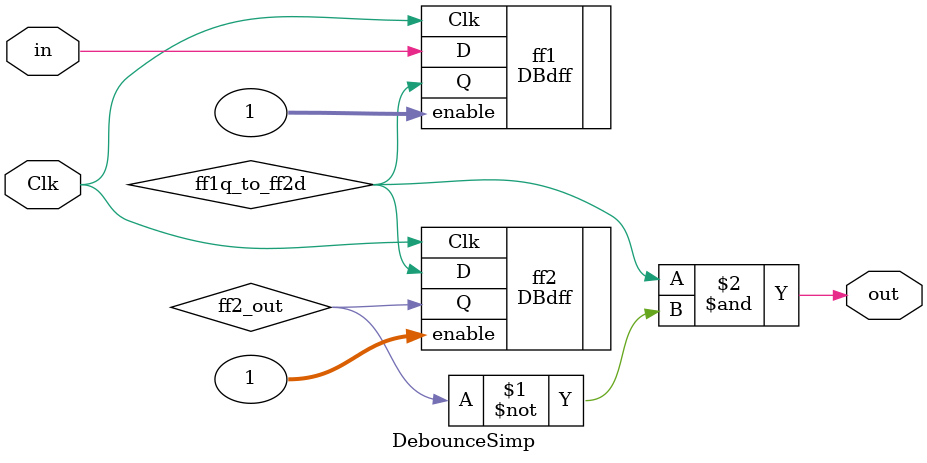
<source format=sv>

module DebounceSimp (
	input  logic Clk,       // Slow clock
    input  logic in,
    output logic out
);
    logic ff1q_to_ff2d;
    logic ff2_out;
    
    assign out = ff1q_to_ff2d & ~ff2_out;
    
    DBdff ff1(
        .Clk(Clk),
        .enable(1),
        .D(in),
        .Q(ff1q_to_ff2d)
    );

    DBdff ff2(
        .Clk(Clk),
        .enable(1),
        .D(ff1q_to_ff2d),
        .Q(ff2_out)
    );

endmodule
</source>
